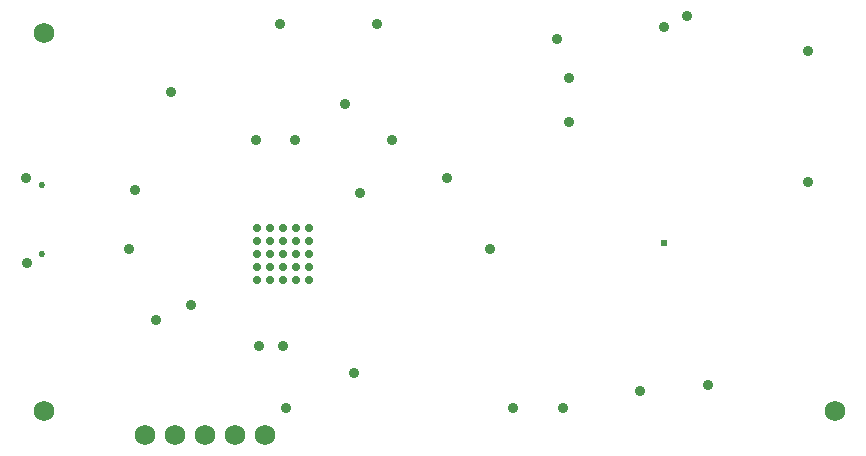
<source format=gbs>
G04*
G04 #@! TF.GenerationSoftware,Altium Limited,Altium Designer,25.8.1 (18)*
G04*
G04 Layer_Color=16711935*
%FSLAX44Y44*%
%MOMM*%
G71*
G04*
G04 #@! TF.SameCoordinates,5983EDC3-4ECE-46C9-A552-0EA99BB4F25C*
G04*
G04*
G04 #@! TF.FilePolarity,Negative*
G04*
G01*
G75*
%ADD52C,1.7272*%
%ADD53C,0.5282*%
%ADD54C,0.9032*%
%ADD55C,0.7032*%
%ADD56C,0.6032*%
D52*
X992100Y360000D02*
D03*
X1017500D02*
D03*
X966700D02*
D03*
X915900D02*
D03*
X941300D02*
D03*
X1500000Y380000D02*
D03*
X830000Y700000D02*
D03*
Y380000D02*
D03*
D53*
X828530Y513600D02*
D03*
Y571400D02*
D03*
D54*
X1032500Y435000D02*
D03*
X1092500Y412500D02*
D03*
X1112500Y707500D02*
D03*
X955000Y470000D02*
D03*
X1477500Y574431D02*
D03*
X1275000Y662500D02*
D03*
X1265000Y695000D02*
D03*
X1275000Y625000D02*
D03*
X1355000Y705000D02*
D03*
X1085000Y640000D02*
D03*
X1125000Y610000D02*
D03*
X1042500D02*
D03*
X1335000Y397500D02*
D03*
X815582Y505582D02*
D03*
X902500Y517500D02*
D03*
X907500Y567500D02*
D03*
X815000Y577500D02*
D03*
X937500Y650000D02*
D03*
X1010000Y610000D02*
D03*
X1392500Y402500D02*
D03*
X1207500Y517500D02*
D03*
X1375000Y715000D02*
D03*
X1012500Y435000D02*
D03*
X1171159Y577500D02*
D03*
X1030000Y707500D02*
D03*
X1227500Y382500D02*
D03*
X1477500Y685000D02*
D03*
X1270000Y382500D02*
D03*
X925000Y457500D02*
D03*
X1035000Y382500D02*
D03*
X1097500Y565000D02*
D03*
D55*
X1043500Y491000D02*
D03*
X1032500D02*
D03*
X1021500D02*
D03*
X1010500D02*
D03*
X1021500Y502000D02*
D03*
X1010500Y513000D02*
D03*
Y502000D02*
D03*
X1021500Y513000D02*
D03*
X1032500Y502000D02*
D03*
X1043500D02*
D03*
Y513000D02*
D03*
X1032500D02*
D03*
X1010500Y535000D02*
D03*
Y524000D02*
D03*
X1021500D02*
D03*
X1043500D02*
D03*
X1032500D02*
D03*
X1021500Y535000D02*
D03*
X1043500D02*
D03*
X1032500D02*
D03*
X1054500Y491000D02*
D03*
Y502000D02*
D03*
Y513000D02*
D03*
Y535000D02*
D03*
Y524000D02*
D03*
D56*
X1355000Y522500D02*
D03*
M02*

</source>
